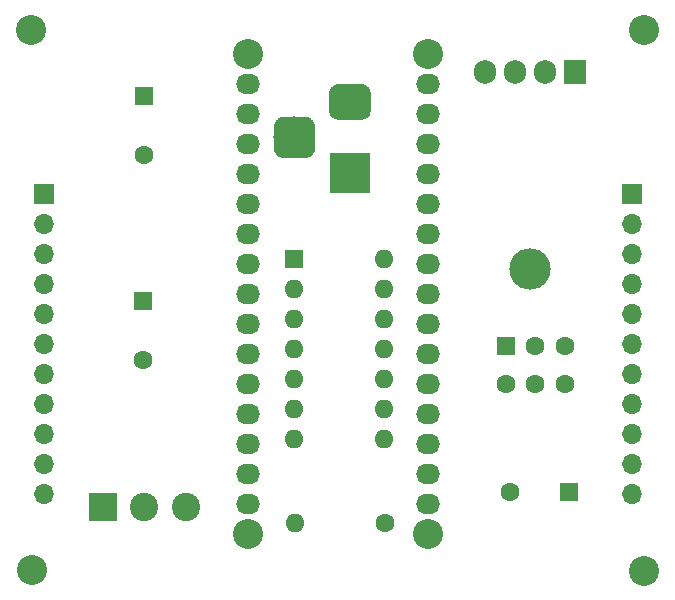
<source format=gbr>
G04 #@! TF.GenerationSoftware,KiCad,Pcbnew,(5.1.4)-1*
G04 #@! TF.CreationDate,2020-01-24T10:01:54+01:00*
G04 #@! TF.ProjectId,PCB_NeoPixel,5043425f-4e65-46f5-9069-78656c2e6b69,rev?*
G04 #@! TF.SameCoordinates,Original*
G04 #@! TF.FileFunction,Soldermask,Top*
G04 #@! TF.FilePolarity,Negative*
%FSLAX46Y46*%
G04 Gerber Fmt 4.6, Leading zero omitted, Abs format (unit mm)*
G04 Created by KiCad (PCBNEW (5.1.4)-1) date 2020-01-24 10:01:54*
%MOMM*%
%LPD*%
G04 APERTURE LIST*
%ADD10O,1.700000X1.700000*%
%ADD11R,1.700000X1.700000*%
%ADD12O,1.600000X1.600000*%
%ADD13R,1.600000X1.600000*%
%ADD14C,1.600000*%
%ADD15C,2.540000*%
%ADD16O,1.905000X2.000000*%
%ADD17R,1.905000X2.000000*%
%ADD18O,3.500000X3.500000*%
%ADD19C,0.100000*%
%ADD20C,3.500000*%
%ADD21C,3.000000*%
%ADD22R,3.500000X3.500000*%
%ADD23C,2.400000*%
%ADD24R,2.400000X2.400000*%
%ADD25O,2.032000X1.727200*%
G04 APERTURE END LIST*
D10*
X122123200Y-105968800D03*
X122123200Y-103428800D03*
X122123200Y-100888800D03*
X122123200Y-98348800D03*
X122123200Y-95808800D03*
X122123200Y-93268800D03*
X122123200Y-90728800D03*
X122123200Y-88188800D03*
X122123200Y-85648800D03*
X122123200Y-83108800D03*
D11*
X122123200Y-80568800D03*
D10*
X171907200Y-105968800D03*
X171907200Y-103428800D03*
X171907200Y-100888800D03*
X171907200Y-98348800D03*
X171907200Y-95808800D03*
X171907200Y-93268800D03*
X171907200Y-90728800D03*
X171907200Y-88188800D03*
X171907200Y-85648800D03*
X171907200Y-83108800D03*
D11*
X171907200Y-80568800D03*
D12*
X150952200Y-86067900D03*
X143332200Y-101307900D03*
X150952200Y-88607900D03*
X143332200Y-98767900D03*
X150952200Y-91147900D03*
X143332200Y-96227900D03*
X150952200Y-93687900D03*
X143332200Y-93687900D03*
X150952200Y-96227900D03*
X143332200Y-91147900D03*
X150952200Y-98767900D03*
X143332200Y-88607900D03*
X150952200Y-101307900D03*
D13*
X143332200Y-86067900D03*
D14*
X166228400Y-96621200D03*
X163728400Y-96621200D03*
X161228400Y-96621200D03*
X166228400Y-93421200D03*
X163728400Y-93421200D03*
D13*
X161228400Y-93421200D03*
D15*
X172974000Y-66649600D03*
X121056400Y-66649600D03*
X172974000Y-112471200D03*
X121107200Y-112420400D03*
D16*
X159512000Y-70243700D03*
X162052000Y-70243700D03*
X164592000Y-70243700D03*
D17*
X167132000Y-70243700D03*
D18*
X163322000Y-86903700D03*
D12*
X143383000Y-108445300D03*
D14*
X151003000Y-108445300D03*
D19*
G36*
X144317365Y-74025213D02*
G01*
X144402304Y-74037813D01*
X144485599Y-74058677D01*
X144566448Y-74087605D01*
X144644072Y-74124319D01*
X144717724Y-74168464D01*
X144786694Y-74219616D01*
X144850318Y-74277282D01*
X144907984Y-74340906D01*
X144959136Y-74409876D01*
X145003281Y-74483528D01*
X145039995Y-74561152D01*
X145068923Y-74642001D01*
X145089787Y-74725296D01*
X145102387Y-74810235D01*
X145106600Y-74896000D01*
X145106600Y-76646000D01*
X145102387Y-76731765D01*
X145089787Y-76816704D01*
X145068923Y-76899999D01*
X145039995Y-76980848D01*
X145003281Y-77058472D01*
X144959136Y-77132124D01*
X144907984Y-77201094D01*
X144850318Y-77264718D01*
X144786694Y-77322384D01*
X144717724Y-77373536D01*
X144644072Y-77417681D01*
X144566448Y-77454395D01*
X144485599Y-77483323D01*
X144402304Y-77504187D01*
X144317365Y-77516787D01*
X144231600Y-77521000D01*
X142481600Y-77521000D01*
X142395835Y-77516787D01*
X142310896Y-77504187D01*
X142227601Y-77483323D01*
X142146752Y-77454395D01*
X142069128Y-77417681D01*
X141995476Y-77373536D01*
X141926506Y-77322384D01*
X141862882Y-77264718D01*
X141805216Y-77201094D01*
X141754064Y-77132124D01*
X141709919Y-77058472D01*
X141673205Y-76980848D01*
X141644277Y-76899999D01*
X141623413Y-76816704D01*
X141610813Y-76731765D01*
X141606600Y-76646000D01*
X141606600Y-74896000D01*
X141610813Y-74810235D01*
X141623413Y-74725296D01*
X141644277Y-74642001D01*
X141673205Y-74561152D01*
X141709919Y-74483528D01*
X141754064Y-74409876D01*
X141805216Y-74340906D01*
X141862882Y-74277282D01*
X141926506Y-74219616D01*
X141995476Y-74168464D01*
X142069128Y-74124319D01*
X142146752Y-74087605D01*
X142227601Y-74058677D01*
X142310896Y-74037813D01*
X142395835Y-74025213D01*
X142481600Y-74021000D01*
X144231600Y-74021000D01*
X144317365Y-74025213D01*
X144317365Y-74025213D01*
G37*
D20*
X143356600Y-75771000D03*
D19*
G36*
X149130113Y-71274611D02*
G01*
X149202918Y-71285411D01*
X149274314Y-71303295D01*
X149343613Y-71328090D01*
X149410148Y-71359559D01*
X149473278Y-71397398D01*
X149532395Y-71441242D01*
X149586930Y-71490670D01*
X149636358Y-71545205D01*
X149680202Y-71604322D01*
X149718041Y-71667452D01*
X149749510Y-71733987D01*
X149774305Y-71803286D01*
X149792189Y-71874682D01*
X149802989Y-71947487D01*
X149806600Y-72021000D01*
X149806600Y-73521000D01*
X149802989Y-73594513D01*
X149792189Y-73667318D01*
X149774305Y-73738714D01*
X149749510Y-73808013D01*
X149718041Y-73874548D01*
X149680202Y-73937678D01*
X149636358Y-73996795D01*
X149586930Y-74051330D01*
X149532395Y-74100758D01*
X149473278Y-74144602D01*
X149410148Y-74182441D01*
X149343613Y-74213910D01*
X149274314Y-74238705D01*
X149202918Y-74256589D01*
X149130113Y-74267389D01*
X149056600Y-74271000D01*
X147056600Y-74271000D01*
X146983087Y-74267389D01*
X146910282Y-74256589D01*
X146838886Y-74238705D01*
X146769587Y-74213910D01*
X146703052Y-74182441D01*
X146639922Y-74144602D01*
X146580805Y-74100758D01*
X146526270Y-74051330D01*
X146476842Y-73996795D01*
X146432998Y-73937678D01*
X146395159Y-73874548D01*
X146363690Y-73808013D01*
X146338895Y-73738714D01*
X146321011Y-73667318D01*
X146310211Y-73594513D01*
X146306600Y-73521000D01*
X146306600Y-72021000D01*
X146310211Y-71947487D01*
X146321011Y-71874682D01*
X146338895Y-71803286D01*
X146363690Y-71733987D01*
X146395159Y-71667452D01*
X146432998Y-71604322D01*
X146476842Y-71545205D01*
X146526270Y-71490670D01*
X146580805Y-71441242D01*
X146639922Y-71397398D01*
X146703052Y-71359559D01*
X146769587Y-71328090D01*
X146838886Y-71303295D01*
X146910282Y-71285411D01*
X146983087Y-71274611D01*
X147056600Y-71271000D01*
X149056600Y-71271000D01*
X149130113Y-71274611D01*
X149130113Y-71274611D01*
G37*
D21*
X148056600Y-72771000D03*
D22*
X148056600Y-78771000D03*
D23*
X134152400Y-107035600D03*
X130652400Y-107035600D03*
D24*
X127152400Y-107035600D03*
D13*
X130657600Y-72288400D03*
D14*
X130657600Y-77288400D03*
X161573200Y-105816400D03*
D13*
X166573200Y-105816400D03*
D14*
X130556000Y-94662000D03*
D13*
X130556000Y-89662000D03*
D25*
X139446000Y-71247000D03*
X139446000Y-73787000D03*
X139446000Y-76327000D03*
X139446000Y-78867000D03*
X139446000Y-81407000D03*
X139446000Y-83947000D03*
X139446000Y-86487000D03*
X139446000Y-89027000D03*
X139446000Y-91567000D03*
X139446000Y-94107000D03*
X139446000Y-96647000D03*
X139446000Y-99187000D03*
X139446000Y-101727000D03*
X139446000Y-104267000D03*
X139446000Y-106807000D03*
X154686000Y-71247000D03*
X154686000Y-73787000D03*
X154686000Y-76327000D03*
X154686000Y-78867000D03*
X154686000Y-81407000D03*
X154686000Y-83947000D03*
X154686000Y-86487000D03*
X154686000Y-89027000D03*
X154686000Y-91567000D03*
X154686000Y-94107000D03*
X154686000Y-96647000D03*
X154686000Y-99187000D03*
X154686000Y-101727000D03*
X154686000Y-104267000D03*
X154686000Y-106807000D03*
D15*
X139446000Y-68707000D03*
X139446000Y-109347000D03*
X154686000Y-109347000D03*
X154686000Y-68707000D03*
M02*

</source>
